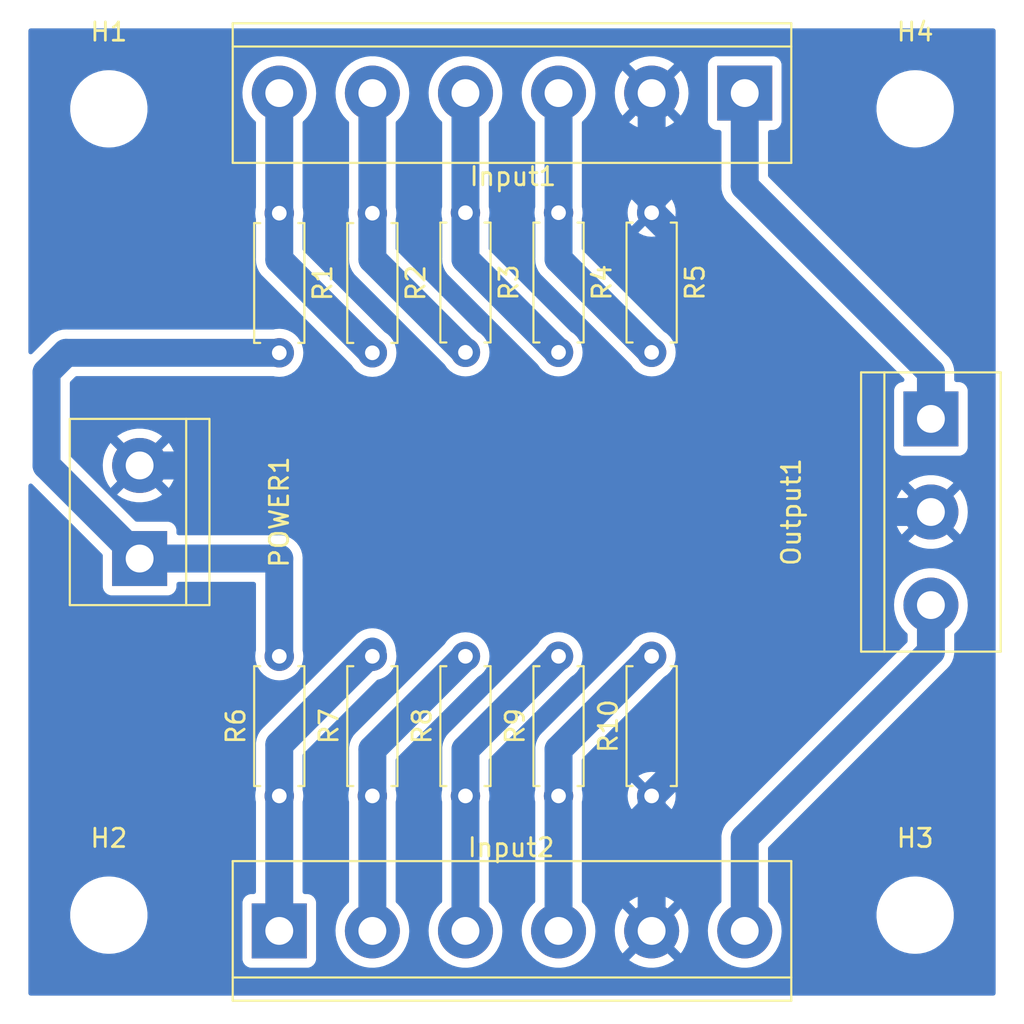
<source format=kicad_pcb>
(kicad_pcb (version 20211014) (generator pcbnew)
  (layers (0 "F.Cu" signal) (31 "B.Cu" signal) (34 "B.Paste" user) (35 "F.Paste" user) (36 "B.SilkS" user "B.Silkscreen") (37 "F.SilkS" user "F.Silkscreen") (38 "B.Mask" user) (39 "F.Mask" user) (44 "Edge.Cuts" user))
  (net 0 "")
  (net 1 "/SEL1_O1")
  (net 2 "/SEL1_O2")
  (net 3 "/SEL1_O3")
  (net 4 "/SEL1_O4")
  (net 5 "GND")
  (net 6 "/SEL1")
  (net 7 "/SEL2_O1")
  (net 8 "/SEL2_O2")
  (net 9 "/SEL2_O3")
  (net 10 "/SEL2_O4")
  (net 11 "/SEL2")
  (net 12 "+24V")
  (footprint "Resistor_THT:R_Axial_DIN0207_L6.3mm_D2.5mm_P7.62mm_Horizontal" (layer "F.Cu") (at 114.3 110.6932 -90)
    (fp_text reference "R1" (at 3.81 -2.37 90) (layer "F.SilkS"))
    (fp_text value "140K")
    (fp_line (start 7.08 1.37) (end 7.08 1.04) (layer "F.SilkS") (width 0.12))
    (fp_line (start 0.54 -1.37) (end 7.08 -1.37) (layer "F.SilkS") (width 0.12))
    (fp_line (start 0.54 -1.04) (end 0.54 -1.37) (layer "F.SilkS") (width 0.12))
    (fp_line (start 7.08 -1.37) (end 7.08 -1.04) (layer "F.SilkS") (width 0.12))
    (fp_line (start 0.54 1.37) (end 7.08 1.37) (layer "F.SilkS") (width 0.12))
    (fp_line (start 0.54 1.04) (end 0.54 1.37) (layer "F.SilkS") (width 0.12))
    (pad "1" thru_hole circle (at 0 0 270) (size 1.6 1.6) (drill 0.8) (layers *.Cu *.Mask) (net 1 "/SEL1_O1"))
    (pad "2" thru_hole oval (at 7.62 0 270) (size 1.6 1.6) (drill 0.8) (layers *.Cu *.Mask) (net 12 "+24V"))
  )
  (footprint "MountingHole:MountingHole_3.2mm_M3" (layer "F.Cu") (at 149 105)
    (fp_text reference "H4" (at 0 -4.2) (layer "F.SilkS"))
    (fp_text value "MountingHole")
    (pad "" np_thru_hole circle (at 0 0) (size 3.2 3.2) (drill 3.2) (layers *.Cu *.Mask))
  )
  (footprint "MountingHole:MountingHole_3.2mm_M3" (layer "F.Cu") (at 105 149)
    (fp_text reference "H2" (at 0 -4.2) (layer "F.SilkS"))
    (fp_text value "MountingHole")
    (pad "" np_thru_hole circle (at 0 0) (size 3.2 3.2) (drill 3.2) (layers *.Cu *.Mask))
  )
  (footprint "Resistor_THT:R_Axial_DIN0207_L6.3mm_D2.5mm_P7.62mm_Horizontal" (layer "F.Cu") (at 119.38 110.6932 -90)
    (fp_text reference "R2" (at 3.81 -2.37 90) (layer "F.SilkS"))
    (fp_text value "27K")
    (fp_line (start 0.54 -1.04) (end 0.54 -1.37) (layer "F.SilkS") (width 0.12))
    (fp_line (start 7.08 1.37) (end 7.08 1.04) (layer "F.SilkS") (width 0.12))
    (fp_line (start 0.54 1.37) (end 7.08 1.37) (layer "F.SilkS") (width 0.12))
    (fp_line (start 7.08 -1.37) (end 7.08 -1.04) (layer "F.SilkS") (width 0.12))
    (fp_line (start 0.54 1.04) (end 0.54 1.37) (layer "F.SilkS") (width 0.12))
    (fp_line (start 0.54 -1.37) (end 7.08 -1.37) (layer "F.SilkS") (width 0.12))
    (pad "1" thru_hole circle (at 0 0 270) (size 1.6 1.6) (drill 0.8) (layers *.Cu *.Mask) (net 2 "/SEL1_O2"))
    (pad "2" thru_hole oval (at 7.62 0 270) (size 1.6 1.6) (drill 0.8) (layers *.Cu *.Mask) (net 1 "/SEL1_O1"))
  )
  (footprint "Resistor_THT:R_Axial_DIN0207_L6.3mm_D2.5mm_P7.62mm_Horizontal" (layer "F.Cu") (at 129.54 110.6678 -90)
    (fp_text reference "R4" (at 3.81 -2.37 90) (layer "F.SilkS"))
    (fp_text value "27K")
    (fp_line (start 0.54 1.37) (end 7.08 1.37) (layer "F.SilkS") (width 0.12))
    (fp_line (start 0.54 -1.04) (end 0.54 -1.37) (layer "F.SilkS") (width 0.12))
    (fp_line (start 7.08 -1.37) (end 7.08 -1.04) (layer "F.SilkS") (width 0.12))
    (fp_line (start 7.08 1.37) (end 7.08 1.04) (layer "F.SilkS") (width 0.12))
    (fp_line (start 0.54 -1.37) (end 7.08 -1.37) (layer "F.SilkS") (width 0.12))
    (fp_line (start 0.54 1.04) (end 0.54 1.37) (layer "F.SilkS") (width 0.12))
    (pad "1" thru_hole circle (at 0 0 270) (size 1.6 1.6) (drill 0.8) (layers *.Cu *.Mask) (net 4 "/SEL1_O4"))
    (pad "2" thru_hole oval (at 7.62 0 270) (size 1.6 1.6) (drill 0.8) (layers *.Cu *.Mask) (net 3 "/SEL1_O3"))
  )
  (footprint "TerminalBlock:TerminalBlock_bornier-2_P5.08mm" (layer "F.Cu") (at 106.68 129.54 90)
    (fp_text reference "POWER1" (at 2.54 7.62 90) (layer "F.SilkS"))
    (fp_text value "24V")
    (fp_line (start 7.62 -3.81) (end -2.54 -3.81) (layer "F.SilkS") (width 0.12))
    (fp_line (start -2.54 3.81) (end 7.62 3.81) (layer "F.SilkS") (width 0.12))
    (fp_line (start -2.54 -3.81) (end -2.54 3.81) (layer "F.SilkS") (width 0.12))
    (fp_line (start 7.62 2.54) (end -2.54 2.54) (layer "F.SilkS") (width 0.12))
    (fp_line (start 7.62 3.81) (end 7.62 -3.81) (layer "F.SilkS") (width 0.12))
    (pad "1" thru_hole rect (at 0 0 90) (size 3 3) (drill 1.52) (layers *.Cu *.Mask) (net 12 "+24V"))
    (pad "2" thru_hole circle (at 5.08 0 90) (size 3 3) (drill 1.52) (layers *.Cu *.Mask) (net 5 "GND"))
  )
  (footprint "Resistor_THT:R_Axial_DIN0207_L6.3mm_D2.5mm_P7.62mm_Horizontal" (layer "F.Cu") (at 119.38 142.494 90)
    (fp_text reference "R7" (at 3.81 -2.37 90) (layer "F.SilkS"))
    (fp_text value "27K")
    (fp_line (start 7.08 -1.37) (end 7.08 -1.04) (layer "F.SilkS") (width 0.12))
    (fp_line (start 0.54 -1.37) (end 7.08 -1.37) (layer "F.SilkS") (width 0.12))
    (fp_line (start 0.54 1.04) (end 0.54 1.37) (layer "F.SilkS") (width 0.12))
    (fp_line (start 7.08 1.37) (end 7.08 1.04) (layer "F.SilkS") (width 0.12))
    (fp_line (start 0.54 -1.04) (end 0.54 -1.37) (layer "F.SilkS") (width 0.12))
    (fp_line (start 0.54 1.37) (end 7.08 1.37) (layer "F.SilkS") (width 0.12))
    (pad "1" thru_hole circle (at 0 0 90) (size 1.6 1.6) (drill 0.8) (layers *.Cu *.Mask) (net 8 "/SEL2_O2"))
    (pad "2" thru_hole oval (at 7.62 0 90) (size 1.6 1.6) (drill 0.8) (layers *.Cu *.Mask) (net 7 "/SEL2_O1"))
  )
  (footprint "MountingHole:MountingHole_3.2mm_M3" (layer "F.Cu") (at 149 149)
    (fp_text reference "H3" (at 0 -4.2) (layer "F.SilkS"))
    (fp_text value "MountingHole")
    (pad "" np_thru_hole circle (at 0 0) (size 3.2 3.2) (drill 3.2) (layers *.Cu *.Mask))
  )
  (footprint "Resistor_THT:R_Axial_DIN0207_L6.3mm_D2.5mm_P7.62mm_Horizontal" (layer "F.Cu") (at 129.54 142.494 90)
    (fp_text reference "R9" (at 3.81 -2.37 90) (layer "F.SilkS"))
    (fp_text value "27K")
    (fp_line (start 0.54 1.04) (end 0.54 1.37) (layer "F.SilkS") (width 0.12))
    (fp_line (start 7.08 -1.37) (end 7.08 -1.04) (layer "F.SilkS") (width 0.12))
    (fp_line (start 0.54 -1.04) (end 0.54 -1.37) (layer "F.SilkS") (width 0.12))
    (fp_line (start 0.54 -1.37) (end 7.08 -1.37) (layer "F.SilkS") (width 0.12))
    (fp_line (start 7.08 1.37) (end 7.08 1.04) (layer "F.SilkS") (width 0.12))
    (fp_line (start 0.54 1.37) (end 7.08 1.37) (layer "F.SilkS") (width 0.12))
    (pad "1" thru_hole circle (at 0 0 90) (size 1.6 1.6) (drill 0.8) (layers *.Cu *.Mask) (net 10 "/SEL2_O4"))
    (pad "2" thru_hole oval (at 7.62 0 90) (size 1.6 1.6) (drill 0.8) (layers *.Cu *.Mask) (net 9 "/SEL2_O3"))
  )
  (footprint "TerminalBlock:TerminalBlock_bornier-6_P5.08mm" (layer "F.Cu") (at 114.3 149.86)
    (fp_text reference "Input2" (at 12.65 -4.55) (layer "F.SilkS"))
    (fp_text value "Sel2_INPUT")
    (fp_line (start -2.54 2.54) (end 27.94 2.54) (layer "F.SilkS") (width 0.12))
    (fp_line (start -2.54 -3.81) (end 27.94 -3.81) (layer "F.SilkS") (width 0.12))
    (fp_line (start -2.54 3.81) (end 27.94 3.81) (layer "F.SilkS") (width 0.12))
    (fp_line (start 27.94 3.81) (end 27.94 -3.81) (layer "F.SilkS") (width 0.12))
    (fp_line (start -2.54 -3.81) (end -2.54 3.81) (layer "F.SilkS") (width 0.12))
    (pad "1" thru_hole rect (at 0 0) (size 3 3) (drill 1.52) (layers *.Cu *.Mask) (net 7 "/SEL2_O1"))
    (pad "2" thru_hole circle (at 5.08 0) (size 3 3) (drill 1.52) (layers *.Cu *.Mask) (net 8 "/SEL2_O2"))
    (pad "3" thru_hole circle (at 10.16 0) (size 3 3) (drill 1.52) (layers *.Cu *.Mask) (net 9 "/SEL2_O3"))
    (pad "4" thru_hole circle (at 15.24 0) (size 3 3) (drill 1.52) (layers *.Cu *.Mask) (net 10 "/SEL2_O4"))
    (pad "5" thru_hole circle (at 20.32 0) (size 3 3) (drill 1.52) (layers *.Cu *.Mask) (net 5 "GND"))
    (pad "6" thru_hole circle (at 25.4 0) (size 3 3) (drill 1.52) (layers *.Cu *.Mask) (net 11 "/SEL2"))
  )
  (footprint "Resistor_THT:R_Axial_DIN0207_L6.3mm_D2.5mm_P7.62mm_Horizontal" (layer "F.Cu") (at 114.3 142.494 90)
    (fp_text reference "R6" (at 3.81 -2.37 90) (layer "F.SilkS"))
    (fp_text value "140K")
    (fp_line (start 0.54 1.37) (end 7.08 1.37) (layer "F.SilkS") (width 0.12))
    (fp_line (start 7.08 1.37) (end 7.08 1.04) (layer "F.SilkS") (width 0.12))
    (fp_line (start 0.54 -1.04) (end 0.54 -1.37) (layer "F.SilkS") (width 0.12))
    (fp_line (start 0.54 1.04) (end 0.54 1.37) (layer "F.SilkS") (width 0.12))
    (fp_line (start 0.54 -1.37) (end 7.08 -1.37) (layer "F.SilkS") (width 0.12))
    (fp_line (start 7.08 -1.37) (end 7.08 -1.04) (layer "F.SilkS") (width 0.12))
    (pad "1" thru_hole circle (at 0 0 90) (size 1.6 1.6) (drill 0.8) (layers *.Cu *.Mask) (net 7 "/SEL2_O1"))
    (pad "2" thru_hole oval (at 7.62 0 90) (size 1.6 1.6) (drill 0.8) (layers *.Cu *.Mask) (net 12 "+24V"))
  )
  (footprint "TerminalBlock:TerminalBlock_bornier-6_P5.08mm" (layer "F.Cu") (at 139.7 104.14 180)
    (fp_text reference "Input1" (at 12.65 -4.55) (layer "F.SilkS"))
    (fp_text value "Sel1_INPUT")
    (fp_line (start -2.54 3.81) (end 27.94 3.81) (layer "F.SilkS") (width 0.12))
    (fp_line (start -2.54 2.54) (end 27.94 2.54) (layer "F.SilkS") (width 0.12))
    (fp_line (start 27.94 3.81) (end 27.94 -3.81) (layer "F.SilkS") (width 0.12))
    (fp_line (start -2.54 -3.81) (end -2.54 3.81) (layer "F.SilkS") (width 0.12))
    (fp_line (start -2.54 -3.81) (end 27.94 -3.81) (layer "F.SilkS") (width 0.12))
    (pad "1" thru_hole rect (at 0 0 180) (size 3 3) (drill 1.52) (layers *.Cu *.Mask) (net 6 "/SEL1"))
    (pad "2" thru_hole circle (at 5.08 0 180) (size 3 3) (drill 1.52) (layers *.Cu *.Mask) (net 5 "GND"))
    (pad "3" thru_hole circle (at 10.16 0 180) (size 3 3) (drill 1.52) (layers *.Cu *.Mask) (net 4 "/SEL1_O4"))
    (pad "4" thru_hole circle (at 15.24 0 180) (size 3 3) (drill 1.52) (layers *.Cu *.Mask) (net 3 "/SEL1_O3"))
    (pad "5" thru_hole circle (at 20.32 0 180) (size 3 3) (drill 1.52) (layers *.Cu *.Mask) (net 2 "/SEL1_O2"))
    (pad "6" thru_hole circle (at 25.4 0 180) (size 3 3) (drill 1.52) (layers *.Cu *.Mask) (net 1 "/SEL1_O1"))
  )
  (footprint "Resistor_THT:R_Axial_DIN0207_L6.3mm_D2.5mm_P7.62mm_Horizontal" (layer "F.Cu") (at 124.46 110.6678 -90)
    (fp_text reference "R3" (at 3.81 -2.37 90) (layer "F.SilkS"))
    (fp_text value "27K")
    (fp_line (start 0.54 1.04) (end 0.54 1.37) (layer "F.SilkS") (width 0.12))
    (fp_line (start 0.54 -1.37) (end 7.08 -1.37) (layer "F.SilkS") (width 0.12))
    (fp_line (start 7.08 1.37) (end 7.08 1.04) (layer "F.SilkS") (width 0.12))
    (fp_line (start 0.54 -1.04) (end 0.54 -1.37) (layer "F.SilkS") (width 0.12))
    (fp_line (start 0.54 1.37) (end 7.08 1.37) (layer "F.SilkS") (width 0.12))
    (fp_line (start 7.08 -1.37) (end 7.08 -1.04) (layer "F.SilkS") (width 0.12))
    (pad "1" thru_hole circle (at 0 0 270) (size 1.6 1.6) (drill 0.8) (layers *.Cu *.Mask) (net 3 "/SEL1_O3"))
    (pad "2" thru_hole oval (at 7.62 0 270) (size 1.6 1.6) (drill 0.8) (layers *.Cu *.Mask) (net 2 "/SEL1_O2"))
  )
  (footprint "TerminalBlock:TerminalBlock_bornier-3_P5.08mm" (layer "F.Cu") (at 149.86 121.92 -90)
    (fp_text reference "Output1" (at 5.08 7.62 90) (layer "F.SilkS"))
    (fp_text value "Sel_OUT")
    (fp_line (start -2.54 3.81) (end -2.54 -3.81) (layer "F.SilkS") (width 0.12))
    (fp_line (start -2.54 2.54) (end 12.7 2.54) (layer "F.SilkS") (width 0.12))
    (fp_line (start -2.54 3.81) (end 12.7 3.81) (layer "F.SilkS") (width 0.12))
    (fp_line (start -2.54 -3.81) (end 12.7 -3.81) (layer "F.SilkS") (width 0.12))
    (fp_line (start 12.7 3.81) (end 12.7 -3.81) (layer "F.SilkS") (width 0.12))
    (pad "1" thru_hole rect (at 0 0 270) (size 3 3) (drill 1.52) (layers *.Cu *.Mask) (net 6 "/SEL1"))
    (pad "2" thru_hole circle (at 5.08 0 270) (size 3 3) (drill 1.52) (layers *.Cu *.Mask) (net 5 "GND"))
    (pad "3" thru_hole circle (at 10.16 0 270) (size 3 3) (drill 1.52) (layers *.Cu *.Mask) (net 11 "/SEL2"))
  )
  (footprint "Resistor_THT:R_Axial_DIN0207_L6.3mm_D2.5mm_P7.62mm_Horizontal" (layer "F.Cu") (at 124.46 142.494 90)
    (fp_text reference "R8" (at 3.81 -2.37 90) (layer "F.SilkS"))
    (fp_text value "27K")
    (fp_line (start 0.54 1.04) (end 0.54 1.37) (layer "F.SilkS") (width 0.12))
    (fp_line (start 7.08 1.37) (end 7.08 1.04) (layer "F.SilkS") (width 0.12))
    (fp_line (start 0.54 -1.04) (end 0.54 -1.37) (layer "F.SilkS") (width 0.12))
    (fp_line (start 0.54 1.37) (end 7.08 1.37) (layer "F.SilkS") (width 0.12))
    (fp_line (start 7.08 -1.37) (end 7.08 -1.04) (layer "F.SilkS") (width 0.12))
    (fp_line (start 0.54 -1.37) (end 7.08 -1.37) (layer "F.SilkS") (width 0.12))
    (pad "1" thru_hole circle (at 0 0 90) (size 1.6 1.6) (drill 0.8) (layers *.Cu *.Mask) (net 9 "/SEL2_O3"))
    (pad "2" thru_hole oval (at 7.62 0 90) (size 1.6 1.6) (drill 0.8) (layers *.Cu *.Mask) (net 8 "/SEL2_O2"))
  )
  (footprint "Resistor_THT:R_Axial_DIN0207_L6.3mm_D2.5mm_P7.62mm_Horizontal" (layer "F.Cu") (at 134.62 110.6678 -90)
    (fp_text reference "R5" (at 3.81 -2.37 90) (layer "F.SilkS"))
    (fp_text value "27K")
    (fp_line (start 0.54 1.04) (end 0.54 1.37) (layer "F.SilkS") (width 0.12))
    (fp_line (start 0.54 -1.04) (end 0.54 -1.37) (layer "F.SilkS") (width 0.12))
    (fp_line (start 7.08 -1.37) (end 7.08 -1.04) (layer "F.SilkS") (width 0.12))
    (fp_line (start 0.54 -1.37) (end 7.08 -1.37) (layer "F.SilkS") (width 0.12))
    (fp_line (start 7.08 1.37) (end 7.08 1.04) (layer "F.SilkS") (width 0.12))
    (fp_line (start 0.54 1.37) (end 7.08 1.37) (layer "F.SilkS") (width 0.12))
    (pad "1" thru_hole circle (at 0 0 270) (size 1.6 1.6) (drill 0.8) (layers *.Cu *.Mask) (net 5 "GND"))
    (pad "2" thru_hole oval (at 7.62 0 270) (size 1.6 1.6) (drill 0.8) (layers *.Cu *.Mask) (net 4 "/SEL1_O4"))
  )
  (footprint "MountingHole:MountingHole_3.2mm_M3" (layer "F.Cu") (at 105 105)
    (fp_text reference "H1" (at 0 -4.2) (layer "F.SilkS"))
    (fp_text value "MountingHole")
    (pad "" np_thru_hole circle (at 0 0) (size 3.2 3.2) (drill 3.2) (layers *.Cu *.Mask))
  )
  (footprint "Resistor_THT:R_Axial_DIN0207_L6.3mm_D2.5mm_P7.62mm_Horizontal" (layer "F.Cu") (at 134.62 142.494 90)
    (fp_text reference "R10" (at 3.81 -2.37 90) (layer "F.SilkS"))
    (fp_text value "27K")
    (fp_line (start 0.54 -1.04) (end 0.54 -1.37) (layer "F.SilkS") (width 0.12))
    (fp_line (start 7.08 -1.37) (end 7.08 -1.04) (layer "F.SilkS") (width 0.12))
    (fp_line (start 0.54 1.04) (end 0.54 1.37) (layer "F.SilkS") (width 0.12))
    (fp_line (start 0.54 -1.37) (end 7.08 -1.37) (layer "F.SilkS") (width 0.12))
    (fp_line (start 0.54 1.37) (end 7.08 1.37) (layer "F.SilkS") (width 0.12))
    (fp_line (start 7.08 1.37) (end 7.08 1.04) (layer "F.SilkS") (width 0.12))
    (pad "1" thru_hole circle (at 0 0 90) (size 1.6 1.6) (drill 0.8) (layers *.Cu *.Mask) (net 5 "GND"))
    (pad "2" thru_hole oval (at 7.62 0 90) (size 1.6 1.6) (drill 0.8) (layers *.Cu *.Mask) (net 10 "/SEL2_O4"))
  )
  (segment (start 114.3 104.14) (end 114.3 110.6932) (width 1.524) (layer "B.Cu") (net 1))
  (segment (start 114.3 113.2332) (end 119.38 118.3132) (width 1.524) (layer "B.Cu") (net 1))
  (segment (start 114.3 110.6932) (end 114.3 113.2332) (width 1.524) (layer "B.Cu") (net 1))
  (segment (start 119.38 110.6932) (end 119.38 113.2078) (width 1.524) (layer "B.Cu") (net 2))
  (segment (start 119.38 113.2078) (end 124.46 118.2878) (width 1.524) (layer "B.Cu") (net 2))
  (segment (start 119.38 104.14) (end 119.38 110.6932) (width 1.524) (layer "B.Cu") (net 2))
  (segment (start 124.46 110.6678) (end 124.46 113.2078) (width 1.524) (layer "B.Cu") (net 3))
  (segment (start 124.46 104.14) (end 124.46 110.6678) (width 1.524) (layer "B.Cu") (net 3))
  (segment (start 124.46 113.2078) (end 129.54 118.2878) (width 1.524) (layer "B.Cu") (net 3))
  (segment (start 129.54 113.2078) (end 134.62 118.2878) (width 1.524) (layer "B.Cu") (net 4))
  (segment (start 129.54 104.14) (end 129.54 110.6678) (width 1.524) (layer "B.Cu") (net 4))
  (segment (start 129.54 110.6678) (end 129.54 113.2078) (width 1.524) (layer "B.Cu") (net 4))
  (segment (start 139.7 124.46) (end 139.7 127) (width 1.524) (layer "B.Cu") (net 5))
  (segment (start 134.62 104.14) (end 134.62 110.6678) (width 1.524) (layer "B.Cu") (net 5))
  (segment (start 139.7 127) (end 149.86 127) (width 1.524) (layer "B.Cu") (net 5))
  (segment (start 134.62 149.86) (end 134.62 142.494) (width 1.524) (layer "B.Cu") (net 5))
  (segment (start 106.68 124.46) (end 139.7 124.46) (width 1.524) (layer "B.Cu") (net 5))
  (segment (start 139.7 137.414) (end 139.7 127) (width 1.524) (layer "B.Cu") (net 5))
  (segment (start 134.62 142.494) (end 139.7 137.414) (width 1.524) (layer "B.Cu") (net 5))
  (segment (start 134.62 110.6678) (end 139.7 115.7478) (width 1.524) (layer "B.Cu") (net 5))
  (segment (start 139.7 115.7478) (end 139.7 124.46) (width 1.524) (layer "B.Cu") (net 5))
  (segment (start 149.86 119.38) (end 149.86 121.92) (width 1.524) (layer "B.Cu") (net 6))
  (segment (start 139.7 109.22) (end 149.86 119.38) (width 1.524) (layer "B.Cu") (net 6))
  (segment (start 139.7 104.14) (end 139.7 109.22) (width 1.524) (layer "B.Cu") (net 6))
  (segment (start 114.3 139.7) (end 119.38 134.62) (width 1.524) (layer "B.Cu") (net 7))
  (segment (start 119.38 134.62) (end 119.38 134.874) (width 1.524) (layer "B.Cu") (net 7))
  (segment (start 114.3 149.86) (end 114.3 142.494) (width 1.524) (layer "B.Cu") (net 7))
  (segment (start 114.3 142.494) (end 114.3 139.7) (width 1.524) (layer "B.Cu") (net 7))
  (segment (start 119.38 139.954) (end 124.46 134.874) (width 1.524) (layer "B.Cu") (net 8))
  (segment (start 119.38 149.86) (end 119.38 142.24) (width 1.524) (layer "B.Cu") (net 8))
  (segment (start 119.38 142.494) (end 119.38 139.954) (width 1.524) (layer "B.Cu") (net 8))
  (segment (start 124.46 149.86) (end 124.46 142.494) (width 1.524) (layer "B.Cu") (net 9))
  (segment (start 124.46 139.954) (end 129.54 134.874) (width 1.524) (layer "B.Cu") (net 9))
  (segment (start 124.46 142.494) (end 124.46 139.954) (width 1.524) (layer "B.Cu") (net 9))
  (segment (start 129.54 142.494) (end 129.54 139.954) (width 1.524) (layer "B.Cu") (net 10))
  (segment (start 129.54 139.954) (end 134.62 134.874) (width 1.524) (layer "B.Cu") (net 10))
  (segment (start 129.54 149.86) (end 129.54 142.494) (width 1.524) (layer "B.Cu") (net 10))
  (segment (start 149.86 134.62) (end 149.86 132.08) (width 1.524) (layer "B.Cu") (net 11))
  (segment (start 139.7 144.78) (end 149.86 134.62) (width 1.524) (layer "B.Cu") (net 11))
  (segment (start 139.7 149.86) (end 139.7 144.78) (width 1.524) (layer "B.Cu") (net 11))
  (segment (start 114.3 129.54) (end 114.3 134.874) (width 1.524) (layer "B.Cu") (net 12))
  (segment (start 102.6668 118.3132) (end 114.3 118.3132) (width 1.524) (layer "B.Cu") (net 12))
  (segment (start 101.6 119.38) (end 102.6668 118.3132) (width 1.524) (layer "B.Cu") (net 12))
  (segment (start 106.68 129.54) (end 101.6 124.46) (width 1.524) (layer "B.Cu") (net 12))
  (segment (start 106.68 129.54) (end 114.3 129.54) (width 1.524) (layer "B.Cu") (net 12))
  (segment (start 101.6 124.46) (end 101.6 119.38) (width 1.524) (layer "B.Cu") (net 12))
  (zone (net 5) (net_name "GND") (layer "B.Cu") (connect_pads (clearance 0.508)) (min_thickness 0.254) (fill yes (thermal_gap 0.508) (thermal_bridge_width 0.508))
    (polygon (pts (xy 154.94 154.94) (xy 99.06 154.94) (xy 99.06 99.06) (xy 154.94 99.06)))
  )
)
</source>
